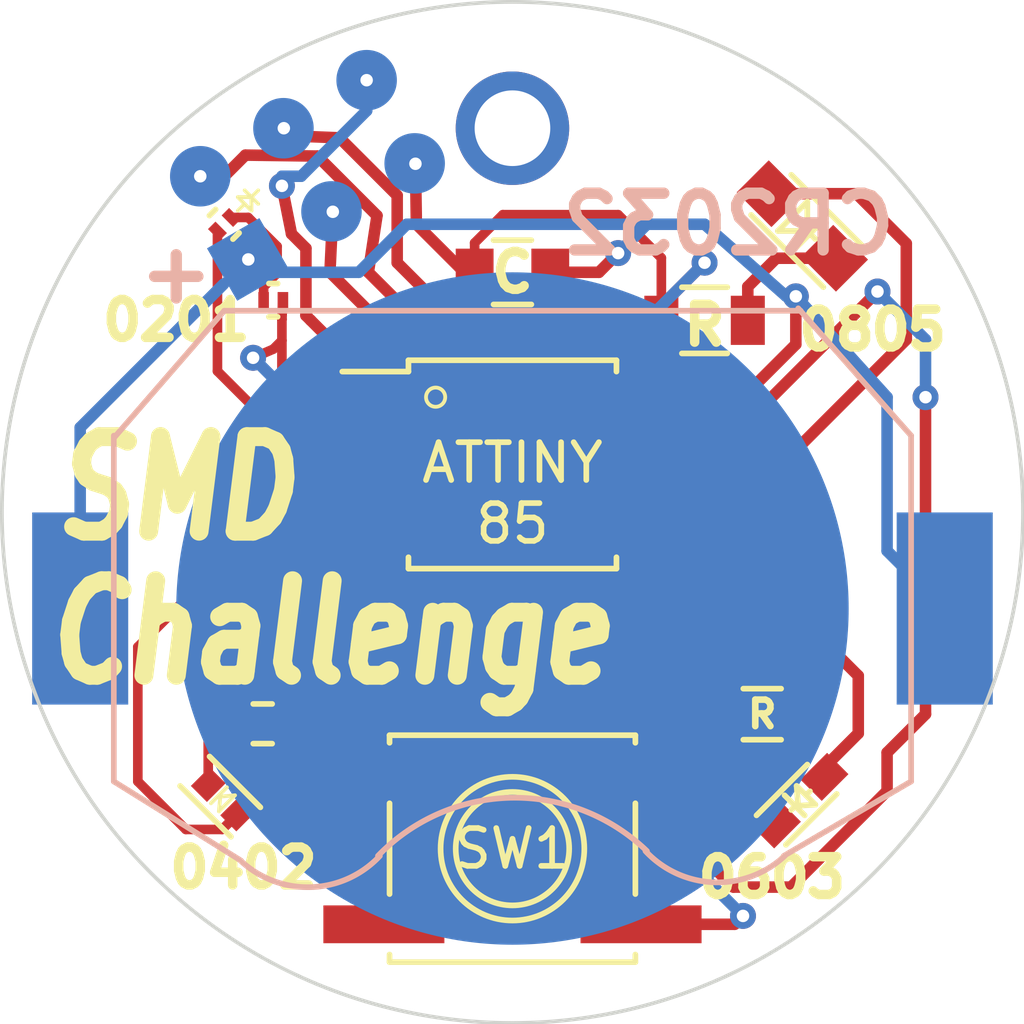
<source format=kicad_pcb>
(kicad_pcb (version 4) (host pcbnew 4.0.4-stable)

  (general
    (links 27)
    (no_connects 0)
    (area 194.729714 77.889714 221.830286 104.990286)
    (thickness 1.6)
    (drawings 22)
    (tracks 163)
    (zones 0)
    (modules 14)
    (nets 13)
  )

  (page USLetter)
  (layers
    (0 F.Cu signal)
    (31 B.Cu signal)
    (34 B.Paste user)
    (35 F.Paste user)
    (36 B.SilkS user)
    (37 F.SilkS user)
    (38 B.Mask user)
    (39 F.Mask user)
    (40 Dwgs.User user hide)
    (44 Edge.Cuts user)
  )

  (setup
    (last_trace_width 0.3048)
    (user_trace_width 0.254)
    (user_trace_width 0.3048)
    (user_trace_width 0.4064)
    (user_trace_width 0.6096)
    (user_trace_width 2.032)
    (trace_clearance 0.1524)
    (zone_clearance 0.508)
    (zone_45_only no)
    (trace_min 0.1524)
    (segment_width 0.254)
    (edge_width 0.1)
    (via_size 0.6858)
    (via_drill 0.3302)
    (via_min_size 0.6858)
    (via_min_drill 0.3302)
    (user_via 1 0.5)
    (uvia_size 0.762)
    (uvia_drill 0.508)
    (uvias_allowed no)
    (uvia_min_size 0.508)
    (uvia_min_drill 0.127)
    (pcb_text_width 0.3)
    (pcb_text_size 1.5 1.5)
    (mod_edge_width 0.15)
    (mod_text_size 1 1)
    (mod_text_width 0.15)
    (pad_size 0.762 1.1)
    (pad_drill 0)
    (pad_to_mask_clearance 0)
    (aux_axis_origin 0 0)
    (grid_origin 210.82 95.25)
    (visible_elements 7FFEFFFF)
    (pcbplotparams
      (layerselection 0x010f0_80000000)
      (usegerberextensions true)
      (excludeedgelayer true)
      (linewidth 0.100000)
      (plotframeref false)
      (viasonmask false)
      (mode 1)
      (useauxorigin false)
      (hpglpennumber 1)
      (hpglpenspeed 20)
      (hpglpendiameter 15)
      (hpglpenoverlay 2)
      (psnegative false)
      (psa4output false)
      (plotreference true)
      (plotvalue true)
      (plotinvisibletext false)
      (padsonsilk false)
      (subtractmaskfromsilk false)
      (outputformat 1)
      (mirror false)
      (drillshape 0)
      (scaleselection 1)
      (outputdirectory gerbers/))
  )

  (net 0 "")
  (net 1 GND)
  (net 2 +BATT)
  (net 3 "Net-(CON1-Pad1)")
  (net 4 "Net-(CON1-Pad3)")
  (net 5 "Net-(CON1-Pad4)")
  (net 6 "Net-(CON1-Pad5)")
  (net 7 "Net-(D1-Pad1)")
  (net 8 "Net-(D3-Pad1)")
  (net 9 "Net-(D0-Pad1)")
  (net 10 "Net-(D3-Pad2)")
  (net 11 "Net-(D4-Pad2)")
  (net 12 "Net-(D4-Pad1)")

  (net_class Default "This is the default net class."
    (clearance 0.1524)
    (trace_width 0.1524)
    (via_dia 0.6858)
    (via_drill 0.3302)
    (uvia_dia 0.762)
    (uvia_drill 0.508)
    (add_net +BATT)
    (add_net GND)
    (add_net "Net-(CON1-Pad1)")
    (add_net "Net-(CON1-Pad3)")
    (add_net "Net-(CON1-Pad4)")
    (add_net "Net-(CON1-Pad5)")
    (add_net "Net-(D0-Pad1)")
    (add_net "Net-(D1-Pad1)")
    (add_net "Net-(D3-Pad1)")
    (add_net "Net-(D3-Pad2)")
    (add_net "Net-(D4-Pad1)")
    (add_net "Net-(D4-Pad2)")
  )

  (module Resistors_SMD:R_0201 (layer F.Cu) (tedit 59C49044) (tstamp 58DDCC0A)
    (at 200.66 83.82 225)
    (descr "Resistor SMD 0201, reflow soldering, Vishay (see crcw0201e3.pdf)")
    (tags "resistor 0201")
    (path /58DDCAFF)
    (attr smd)
    (fp_text reference D3 (at 1.397 0.762 225) (layer F.SilkS) hide
      (effects (font (size 0.762 0.762) (thickness 0.15)))
    )
    (fp_text value LED (at 0 1.7 225) (layer F.Fab)
      (effects (font (size 1 1) (thickness 0.15)))
    )
    (fp_line (start -0.762 0) (end -0.508 0) (layer F.SilkS) (width 0.1))
    (fp_line (start -1.016 0) (end -1.27 0) (layer F.SilkS) (width 0.1))
    (fp_line (start -1.016 -0.254) (end -1.016 0.254) (layer F.SilkS) (width 0.1))
    (fp_line (start -1.016 0) (end -0.762 0.254) (layer F.SilkS) (width 0.1))
    (fp_line (start -1.016 0) (end -0.762 -0.254) (layer F.SilkS) (width 0.1))
    (fp_line (start -0.762 -0.254) (end -0.762 0.254) (layer F.SilkS) (width 0.1))
    (fp_line (start -0.65 -0.55) (end 0.65 -0.55) (layer F.CrtYd) (width 0.05))
    (fp_line (start -0.65 0.55) (end 0.65 0.55) (layer F.CrtYd) (width 0.05))
    (fp_line (start -0.65 -0.55) (end -0.65 0.55) (layer F.CrtYd) (width 0.05))
    (fp_line (start 0.65 -0.55) (end 0.65 0.55) (layer F.CrtYd) (width 0.05))
    (fp_line (start 0.115 -0.44) (end -0.115 -0.44) (layer F.SilkS) (width 0.15))
    (fp_line (start -0.115 0.44) (end 0.115 0.44) (layer F.SilkS) (width 0.15))
    (pad 1 smd rect (at -0.255 0 225) (size 0.28 0.43) (layers F.Cu F.Paste F.Mask)
      (net 8 "Net-(D3-Pad1)"))
    (pad 2 smd rect (at 0.255 0 225) (size 0.28 0.43) (layers F.Cu F.Paste F.Mask)
      (net 10 "Net-(D3-Pad2)"))
    (model Resistors_SMD.3dshapes/R_0201.wrl
      (at (xyz 0 0 0))
      (scale (xyz 1 1 1))
      (rotate (xyz 0 0 0))
    )
  )

  (module Housings_SOIC:SOIJ-8_5.3x5.3mm_Pitch1.27mm (layer F.Cu) (tedit 5902B706) (tstamp 58DF2780)
    (at 208.28 90.17)
    (descr "8-Lead Plastic Small Outline (SM) - Medium, 5.28 mm Body [SOIC] (see Microchip Packaging Specification 00000049BS.pdf)")
    (tags "SOIC 1.27")
    (path /58C478D3)
    (attr smd)
    (fp_text reference IC1 (at -1.27 2.159) (layer F.SilkS) hide
      (effects (font (size 1 1) (thickness 0.15)))
    )
    (fp_text value ATTINY85-S (at 0 3.68) (layer F.Fab)
      (effects (font (size 1 1) (thickness 0.15)))
    )
    (fp_circle (center -2.032 -1.778) (end -2.286 -1.778) (layer F.SilkS) (width 0.1))
    (fp_line (start -4.75 -2.95) (end -4.75 2.95) (layer F.CrtYd) (width 0.05))
    (fp_line (start 4.75 -2.95) (end 4.75 2.95) (layer F.CrtYd) (width 0.05))
    (fp_line (start -4.75 -2.95) (end 4.75 -2.95) (layer F.CrtYd) (width 0.05))
    (fp_line (start -4.75 2.95) (end 4.75 2.95) (layer F.CrtYd) (width 0.05))
    (fp_line (start -2.75 -2.755) (end -2.75 -2.455) (layer F.SilkS) (width 0.15))
    (fp_line (start 2.75 -2.755) (end 2.75 -2.455) (layer F.SilkS) (width 0.15))
    (fp_line (start 2.75 2.755) (end 2.75 2.455) (layer F.SilkS) (width 0.15))
    (fp_line (start -2.75 2.755) (end -2.75 2.455) (layer F.SilkS) (width 0.15))
    (fp_line (start -2.75 -2.755) (end 2.75 -2.755) (layer F.SilkS) (width 0.15))
    (fp_line (start -2.75 2.755) (end 2.75 2.755) (layer F.SilkS) (width 0.15))
    (fp_line (start -2.75 -2.455) (end -4.5 -2.455) (layer F.SilkS) (width 0.15))
    (pad 1 smd rect (at -3.65 -1.905) (size 1.7 0.65) (layers F.Cu F.Paste F.Mask)
      (net 6 "Net-(CON1-Pad5)"))
    (pad 2 smd rect (at -3.65 -0.635) (size 1.7 0.65) (layers F.Cu F.Paste F.Mask)
      (net 10 "Net-(D3-Pad2)"))
    (pad 3 smd rect (at -3.65 0.635) (size 1.7 0.65) (layers F.Cu F.Paste F.Mask)
      (net 11 "Net-(D4-Pad2)"))
    (pad 4 smd rect (at -3.65 1.905) (size 1.7 0.65) (layers F.Cu F.Paste F.Mask)
      (net 1 GND))
    (pad 5 smd rect (at 3.65 1.905) (size 1.7 0.65) (layers F.Cu F.Paste F.Mask)
      (net 5 "Net-(CON1-Pad4)"))
    (pad 6 smd rect (at 3.65 0.635) (size 1.7 0.65) (layers F.Cu F.Paste F.Mask)
      (net 3 "Net-(CON1-Pad1)"))
    (pad 7 smd rect (at 3.65 -0.635) (size 1.7 0.65) (layers F.Cu F.Paste F.Mask)
      (net 4 "Net-(CON1-Pad3)"))
    (pad 8 smd rect (at 3.65 -1.905) (size 1.7 0.65) (layers F.Cu F.Paste F.Mask)
      (net 2 +BATT))
    (model Housings_SOIC.3dshapes/SOIJ-8_5.3x5.3mm_Pitch1.27mm.wrl
      (at (xyz 0 0 0))
      (scale (xyz 1 1 1))
      (rotate (xyz 0 0 0))
    )
  )

  (module myFootPrints:BATT_CR2032_SMD (layer B.Cu) (tedit 56CFB5D2) (tstamp 586093B2)
    (at 208.28 93.98 180)
    (tags battery)
    (path /56CFA61E)
    (fp_text reference BT1 (at 0 -5.08 180) (layer B.SilkS) hide
      (effects (font (size 1.72974 1.08712) (thickness 0.27178)) (justify mirror))
    )
    (fp_text value Battery (at 0 2.54 180) (layer B.SilkS) hide
      (effects (font (size 1.524 1.016) (thickness 0.254)) (justify mirror))
    )
    (fp_line (start -7.1755 -6.5405) (end -10.541 -4.572) (layer B.SilkS) (width 0.15))
    (fp_line (start 7.1755 -6.6675) (end 10.541 -4.572) (layer B.SilkS) (width 0.15))
    (fp_arc (start -5.4229 -4.6355) (end -3.5179 -6.4135) (angle -90) (layer B.SilkS) (width 0.15))
    (fp_arc (start 5.4102 -4.7625) (end 7.1882 -6.6675) (angle -90) (layer B.SilkS) (width 0.15))
    (fp_arc (start -0.0635 -10.033) (end -3.556 -6.4135) (angle -90) (layer B.SilkS) (width 0.15))
    (fp_line (start 7.62 7.874) (end 10.541 4.5085) (layer B.SilkS) (width 0.15))
    (fp_line (start -10.541 4.572) (end -7.5565 7.9375) (layer B.SilkS) (width 0.15))
    (fp_line (start -7.62 7.874) (end 7.62 7.874) (layer B.SilkS) (width 0.15))
    (fp_line (start -10.541 -4.572) (end -10.541 4.572) (layer B.SilkS) (width 0.15))
    (fp_line (start 10.541 -4.572) (end 10.541 4.572) (layer B.SilkS) (width 0.15))
    (fp_circle (center 0 0) (end -10.16 0) (layer Dwgs.User) (width 0.15))
    (pad 2 smd circle (at 0 0 180) (size 17.78 17.78) (layers B.Cu B.Paste B.Mask)
      (net 1 GND))
    (pad 1 smd rect (at -11.43 0 180) (size 2.54 5.08) (layers B.Cu B.Paste B.Mask)
      (net 2 +BATT))
    (pad 1 smd rect (at 11.43 0 180) (size 2.54 5.08) (layers B.Cu B.Paste B.Mask)
      (net 2 +BATT))
  )

  (module LEDs:LED-0603 (layer F.Cu) (tedit 59C48090) (tstamp 58D33EFB)
    (at 200.66 99.06 315)
    (descr "LED 0603 smd package")
    (tags "LED led 0603 SMD smd SMT smt smdled SMDLED smtled SMTLED")
    (path /58D34030)
    (attr smd)
    (fp_text reference D4 (at 1.651 1.016 315) (layer F.SilkS) hide
      (effects (font (size 1 1) (thickness 0.2)))
    )
    (fp_text value LED (at 0 1.5 315) (layer F.Fab)
      (effects (font (size 1 1) (thickness 0.15)))
    )
    (fp_line (start -0.15 0) (end 0.1 -0.3) (layer F.SilkS) (width 0.1))
    (fp_line (start 0.1 -0.3) (end 0.1 0.3) (layer F.SilkS) (width 0.1))
    (fp_line (start 0.1 0.3) (end -0.15 0) (layer F.SilkS) (width 0.1))
    (fp_line (start -0.2 -0.3) (end -0.2 0.3) (layer F.SilkS) (width 0.1))
    (fp_line (start -1.1 0.55) (end 0.8 0.55) (layer F.SilkS) (width 0.15))
    (fp_line (start -1.1 -0.55) (end 0.8 -0.55) (layer F.SilkS) (width 0.15))
    (fp_line (start 1.4 -0.75) (end 1.4 0.75) (layer F.CrtYd) (width 0.05))
    (fp_line (start 1.4 0.75) (end -1.4 0.75) (layer F.CrtYd) (width 0.05))
    (fp_line (start -1.4 0.75) (end -1.4 -0.75) (layer F.CrtYd) (width 0.05))
    (fp_line (start -1.4 -0.75) (end 1.4 -0.75) (layer F.CrtYd) (width 0.05))
    (pad 2 smd rect (at 0.5 0 135) (size 0.6 0.7) (layers F.Cu F.Paste F.Mask)
      (net 11 "Net-(D4-Pad2)"))
    (pad 1 smd rect (at -0.6 0 135) (size 0.6 0.7) (layers F.Cu F.Paste F.Mask)
      (net 12 "Net-(D4-Pad1)"))
    (model LEDs.3dshapes/LED_0402.wrl
      (at (xyz 0 0 0))
      (scale (xyz 1 1 1))
      (rotate (xyz 0 0 0))
    )
  )

  (module Resistors_SMD:R_0402 (layer F.Cu) (tedit 58DFDC4A) (tstamp 58D349A9)
    (at 201.676 97.028)
    (descr "Resistor SMD 0402, reflow soldering, Vishay (see dcrcw.pdf)")
    (tags "resistor 0402")
    (path /58D3406E)
    (attr smd)
    (fp_text reference R3 (at 0 0) (layer Dwgs.User) hide
      (effects (font (size 1 1) (thickness 0.15)))
    )
    (fp_text value 330 (at 0 1.8) (layer F.Fab)
      (effects (font (size 1 1) (thickness 0.15)))
    )
    (fp_line (start -0.95 -0.65) (end 0.95 -0.65) (layer F.CrtYd) (width 0.05))
    (fp_line (start -0.95 0.65) (end 0.95 0.65) (layer F.CrtYd) (width 0.05))
    (fp_line (start -0.95 -0.65) (end -0.95 0.65) (layer F.CrtYd) (width 0.05))
    (fp_line (start 0.95 -0.65) (end 0.95 0.65) (layer F.CrtYd) (width 0.05))
    (fp_line (start 0.25 -0.525) (end -0.25 -0.525) (layer F.SilkS) (width 0.15))
    (fp_line (start -0.25 0.525) (end 0.25 0.525) (layer F.SilkS) (width 0.15))
    (pad 1 smd rect (at -0.4 0) (size 0.6 0.6) (layers F.Cu F.Paste F.Mask)
      (net 12 "Net-(D4-Pad1)"))
    (pad 2 smd rect (at 0.5 0) (size 0.6 0.6) (layers F.Cu F.Paste F.Mask)
      (net 1 GND))
    (model Resistors_SMD.3dshapes/R_0402.wrl
      (at (xyz 0 0 0))
      (scale (xyz 1 1 1))
      (rotate (xyz 0 0 0))
    )
  )

  (module LEDs:LED-0603 (layer F.Cu) (tedit 59C47737) (tstamp 58D337F0)
    (at 215.9 99.06 45)
    (descr "LED 0603 smd package")
    (tags "LED led 0603 SMD smd SMT smt smdled SMDLED smtled SMTLED")
    (path /58D33940)
    (attr smd)
    (fp_text reference D0 (at 1.778 1.0795 45) (layer F.SilkS) hide
      (effects (font (size 1 1) (thickness 0.25)))
    )
    (fp_text value LED (at 0 1.5 45) (layer F.Fab)
      (effects (font (size 1 1) (thickness 0.15)))
    )
    (fp_line (start 0.2 0) (end 0.35 0) (layer F.SilkS) (width 0.15))
    (fp_line (start -0.35 0) (end -0.15 0) (layer F.SilkS) (width 0.15))
    (fp_line (start -0.1 0) (end 0.2 -0.35) (layer F.SilkS) (width 0.15))
    (fp_line (start 0.2 -0.35) (end 0.2 0.35) (layer F.SilkS) (width 0.15))
    (fp_line (start 0.2 0.35) (end -0.2 0) (layer F.SilkS) (width 0.15))
    (fp_line (start -0.2 0) (end -0.15 0) (layer F.SilkS) (width 0.15))
    (fp_line (start -0.2 -0.4) (end -0.2 0.35) (layer F.SilkS) (width 0.15))
    (fp_line (start -1.1 0.55) (end 0.8 0.55) (layer F.SilkS) (width 0.15))
    (fp_line (start -1.1 -0.55) (end 0.8 -0.55) (layer F.SilkS) (width 0.15))
    (fp_line (start 1.4 -0.75) (end 1.4 0.75) (layer F.CrtYd) (width 0.05))
    (fp_line (start 1.4 0.75) (end -1.4 0.75) (layer F.CrtYd) (width 0.05))
    (fp_line (start -1.4 0.75) (end -1.4 -0.75) (layer F.CrtYd) (width 0.05))
    (fp_line (start -1.4 -0.75) (end 1.4 -0.75) (layer F.CrtYd) (width 0.05))
    (pad 2 smd rect (at 0.889 0 225) (size 1 0.79756) (layers F.Cu F.Paste F.Mask)
      (net 5 "Net-(CON1-Pad4)"))
    (pad 1 smd rect (at -0.889 0 225) (size 1 0.79756) (layers F.Cu F.Paste F.Mask)
      (net 9 "Net-(D0-Pad1)"))
    (model LEDs.3dshapes/LED_0603.wrl
      (at (xyz 0 0 0))
      (scale (xyz 1 1 1))
      (rotate (xyz 0 0 0))
    )
  )

  (module LEDs:LED-0805 (layer F.Cu) (tedit 59C47741) (tstamp 58D337EA)
    (at 215.9 83.82 135)
    (descr "LED 0805 smd package")
    (tags "LED 0805 SMD")
    (path /58D338E3)
    (attr smd)
    (fp_text reference D1 (at 2.2225 1.4605 135) (layer F.SilkS) hide
      (effects (font (size 1.2 1.2) (thickness 0.3)))
    )
    (fp_text value LED (at 0 1.75 135) (layer F.Fab)
      (effects (font (size 1 1) (thickness 0.15)))
    )
    (fp_line (start 0.3 0) (end 0.45 0) (layer F.SilkS) (width 0.15))
    (fp_line (start -0.55 0) (end -0.2 0) (layer F.SilkS) (width 0.15))
    (fp_line (start -0.25 0) (end 0.3 -0.55) (layer F.SilkS) (width 0.15))
    (fp_line (start 0.3 -0.55) (end 0.3 0.55) (layer F.SilkS) (width 0.15))
    (fp_line (start 0.3 0.55) (end -0.25 0) (layer F.SilkS) (width 0.15))
    (fp_line (start -0.35 -0.35) (end -0.35 -0.5) (layer F.SilkS) (width 0.15))
    (fp_line (start -0.35 0.35) (end -0.35 0.5) (layer F.SilkS) (width 0.15))
    (fp_line (start -1.6 0.75) (end 1.1 0.75) (layer F.SilkS) (width 0.15))
    (fp_line (start -1.6 -0.75) (end 1.1 -0.75) (layer F.SilkS) (width 0.15))
    (fp_line (start -0.35 -0.35) (end -0.35 0.35) (layer F.SilkS) (width 0.15))
    (fp_line (start 1.9 -0.95) (end 1.9 0.95) (layer F.CrtYd) (width 0.05))
    (fp_line (start 1.9 0.95) (end -1.9 0.95) (layer F.CrtYd) (width 0.05))
    (fp_line (start -1.9 0.95) (end -1.9 -0.95) (layer F.CrtYd) (width 0.05))
    (fp_line (start -1.9 -0.95) (end 1.9 -0.95) (layer F.CrtYd) (width 0.05))
    (pad 2 smd rect (at 1.143 0 315) (size 1.3 1.19888) (layers F.Cu F.Paste F.Mask)
      (net 3 "Net-(CON1-Pad1)"))
    (pad 1 smd rect (at -1.27 0 315) (size 1.3 1.19888) (layers F.Cu F.Paste F.Mask)
      (net 7 "Net-(D1-Pad1)"))
    (model LEDs.3dshapes/LED-0805.wrl
      (at (xyz 0 0 0))
      (scale (xyz 1 1 1))
      (rotate (xyz 0 0 0))
    )
    (model LEDs.3dshapes/LED_0805.wrl
      (at (xyz 0 0 0))
      (scale (xyz 1 1 1))
      (rotate (xyz 0 0 0))
    )
  )

  (module Resistors_SMD:R_0603 (layer F.Cu) (tedit 59C47884) (tstamp 58D33802)
    (at 214.884 96.774 180)
    (descr "Resistor SMD 0603, reflow soldering, Vishay (see dcrcw.pdf)")
    (tags "resistor 0603")
    (path /58D339BB)
    (attr smd)
    (fp_text reference R2 (at 0 0 270) (layer F.SilkS) hide
      (effects (font (size 1 1) (thickness 0.15)))
    )
    (fp_text value 330 (at 0 1.9 180) (layer F.Fab)
      (effects (font (size 1 1) (thickness 0.15)))
    )
    (fp_line (start -1.3 -0.8) (end 1.3 -0.8) (layer F.CrtYd) (width 0.05))
    (fp_line (start -1.3 0.8) (end 1.3 0.8) (layer F.CrtYd) (width 0.05))
    (fp_line (start -1.3 -0.8) (end -1.3 0.8) (layer F.CrtYd) (width 0.05))
    (fp_line (start 1.3 -0.8) (end 1.3 0.8) (layer F.CrtYd) (width 0.05))
    (fp_line (start 0.5 0.675) (end -0.5 0.675) (layer F.SilkS) (width 0.15))
    (fp_line (start -0.5 -0.675) (end 0.5 -0.675) (layer F.SilkS) (width 0.15))
    (pad 1 smd rect (at -0.889 0 180) (size 0.7 0.9) (layers F.Cu F.Paste F.Mask)
      (net 9 "Net-(D0-Pad1)"))
    (pad 2 smd rect (at 1.016 0 180) (size 0.7 0.9) (layers F.Cu F.Paste F.Mask)
      (net 1 GND))
    (model Resistors_SMD.3dshapes/R_0603.wrl
      (at (xyz 0 0 0))
      (scale (xyz 1 1 1))
      (rotate (xyz 0 0 0))
    )
  )

  (module Resistors_SMD:R_0805 (layer F.Cu) (tedit 58DFDC5C) (tstamp 58D337FC)
    (at 213.36 86.36 180)
    (descr "Resistor SMD 0805, reflow soldering, Vishay (see dcrcw.pdf)")
    (tags "resistor 0805")
    (path /58D3397B)
    (attr smd)
    (fp_text reference R1 (at 0 0 180) (layer F.SilkS) hide
      (effects (font (size 1 1) (thickness 0.15)))
    )
    (fp_text value 330 (at 0 2.1 180) (layer F.Fab)
      (effects (font (size 1 1) (thickness 0.15)))
    )
    (fp_line (start -1.6 -1) (end 1.6 -1) (layer F.CrtYd) (width 0.05))
    (fp_line (start -1.6 1) (end 1.6 1) (layer F.CrtYd) (width 0.05))
    (fp_line (start -1.6 -1) (end -1.6 1) (layer F.CrtYd) (width 0.05))
    (fp_line (start 1.6 -1) (end 1.6 1) (layer F.CrtYd) (width 0.05))
    (fp_line (start 0.6 0.875) (end -0.6 0.875) (layer F.SilkS) (width 0.15))
    (fp_line (start -0.6 -0.875) (end 0.6 -0.875) (layer F.SilkS) (width 0.15))
    (pad 1 smd rect (at -1.143 0 180) (size 0.9 1.3) (layers F.Cu F.Paste F.Mask)
      (net 7 "Net-(D1-Pad1)"))
    (pad 2 smd rect (at 1.143 0 180) (size 0.9 1.3) (layers F.Cu F.Paste F.Mask)
      (net 1 GND))
    (model Resistors_SMD.3dshapes/R_0805.wrl
      (at (xyz 0 0 0))
      (scale (xyz 1 1 1))
      (rotate (xyz 0 0 0))
    )
  )

  (module Pin_Headers:Pin_Header_Straight_1x01 (layer F.Cu) (tedit 5902A874) (tstamp 5860AB5B)
    (at 208.28 81.28)
    (descr "Through hole pin header")
    (tags "pin header")
    (path /5902B324)
    (fp_text reference P1 (at -0.6 -0.5) (layer F.SilkS) hide
      (effects (font (size 0.127 0.127) (thickness 0.03175)))
    )
    (fp_text value CONN_01X01 (at 0 0.9) (layer F.Fab)
      (effects (font (size 0.127 0.127) (thickness 0.03175)))
    )
    (pad P5 thru_hole circle (at 0 0) (size 3 3) (drill 2) (layers *.Cu *.Mask))
  )

  (module myFootPrints:AVR-ISP-6 (layer B.Cu) (tedit 5860A6AE) (tstamp 586092C3)
    (at 200.025 82.55 300)
    (descr "6-lead dip package, row spacing 7.62 mm (300 mils)")
    (tags "dil dip 2.54 300")
    (path /58609061)
    (fp_text reference CON1 (at 0 2.54 300) (layer B.SilkS) hide
      (effects (font (size 1 1) (thickness 0.15)) (justify mirror))
    )
    (fp_text value AVR-ISP-6 (at 0 3.72 300) (layer B.Fab) hide
      (effects (font (size 1 1) (thickness 0.15)) (justify mirror))
    )
    (pad 1 smd oval (at 0 0 300) (size 1.6 1.6) (layers B.Cu B.Paste B.Mask)
      (net 3 "Net-(CON1-Pad1)"))
    (pad 2 smd rect (at 2.54 0 300) (size 1.6 1.6) (layers B.Cu B.Paste B.Mask)
      (net 2 +BATT))
    (pad 3 smd oval (at 0 -2.54 300) (size 1.6 1.6) (layers B.Cu B.Paste B.Mask)
      (net 4 "Net-(CON1-Pad3)"))
    (pad 4 smd oval (at 2.54 -2.54 300) (size 1.6 1.6) (layers B.Cu B.Paste B.Mask)
      (net 5 "Net-(CON1-Pad4)"))
    (pad 5 smd oval (at 0 -5.08 300) (size 1.6 1.6) (layers B.Cu B.Paste B.Mask)
      (net 6 "Net-(CON1-Pad5)"))
    (pad 6 smd oval (at 2.54 -5.08 300) (size 1.6 1.6) (layers B.Cu B.Paste B.Mask)
      (net 1 GND))
  )

  (module Resistors_SMD:R_0201 (layer F.Cu) (tedit 59C47637) (tstamp 58DDCC1C)
    (at 201.9554 85.8266)
    (descr "Resistor SMD 0201, reflow soldering, Vishay (see crcw0201e3.pdf)")
    (tags "resistor 0201")
    (path /58DDCB43)
    (attr smd)
    (fp_text reference R4 (at -0.898026 0.898026) (layer F.SilkS) hide
      (effects (font (size 1 1) (thickness 0.15)))
    )
    (fp_text value 330 (at 0 1.7) (layer F.Fab)
      (effects (font (size 1 1) (thickness 0.15)))
    )
    (fp_line (start -0.65 -0.55) (end 0.65 -0.55) (layer F.CrtYd) (width 0.05))
    (fp_line (start -0.65 0.55) (end 0.65 0.55) (layer F.CrtYd) (width 0.05))
    (fp_line (start -0.65 -0.55) (end -0.65 0.55) (layer F.CrtYd) (width 0.05))
    (fp_line (start 0.65 -0.55) (end 0.65 0.55) (layer F.CrtYd) (width 0.05))
    (fp_line (start 0.115 -0.44) (end -0.115 -0.44) (layer F.SilkS) (width 0.15))
    (fp_line (start -0.115 0.44) (end 0.115 0.44) (layer F.SilkS) (width 0.15))
    (pad 1 smd rect (at -0.255 0) (size 0.28 0.43) (layers F.Cu F.Paste F.Mask)
      (net 8 "Net-(D3-Pad1)"))
    (pad 2 smd rect (at 0.255 0) (size 0.28 0.43) (layers F.Cu F.Paste F.Mask)
      (net 1 GND))
    (model Resistors_SMD.3dshapes/R_0201.wrl
      (at (xyz 0 0 0))
      (scale (xyz 1 1 1))
      (rotate (xyz 0 0 0))
    )
  )

  (module Capacitors_SMD:C_0805 (layer F.Cu) (tedit 59C48A8A) (tstamp 59C4772B)
    (at 208.28 85.09)
    (descr "Capacitor SMD 0805, reflow soldering, AVX (see smccp.pdf)")
    (tags "capacitor 0805")
    (path /553FDF53)
    (attr smd)
    (fp_text reference C1 (at 0 1.524) (layer F.SilkS) hide
      (effects (font (size 0.7 0.7) (thickness 0.15)))
    )
    (fp_text value "0.1 uF" (at 0 2.1) (layer F.Fab)
      (effects (font (size 1 1) (thickness 0.15)))
    )
    (fp_line (start -1.8 -1) (end 1.8 -1) (layer F.CrtYd) (width 0.05))
    (fp_line (start -1.8 1) (end 1.8 1) (layer F.CrtYd) (width 0.05))
    (fp_line (start -1.8 -1) (end -1.8 1) (layer F.CrtYd) (width 0.05))
    (fp_line (start 1.8 -1) (end 1.8 1) (layer F.CrtYd) (width 0.05))
    (fp_line (start 0.5 -0.85) (end -0.5 -0.85) (layer F.SilkS) (width 0.15))
    (fp_line (start -0.5 0.85) (end 0.5 0.85) (layer F.SilkS) (width 0.15))
    (pad 1 smd rect (at -1 0) (size 1 1.25) (layers F.Cu F.Paste F.Mask)
      (net 1 GND))
    (pad 2 smd rect (at 1 0) (size 1 1.25) (layers F.Cu F.Paste F.Mask)
      (net 2 +BATT))
    (model Capacitors_SMD.3dshapes/C_0805.wrl
      (at (xyz 0 0 0))
      (scale (xyz 1 1 1))
      (rotate (xyz 0 0 0))
    )
  )

  (module Buttons_Switches_SMD:SW_SPST_EVQQ2 (layer F.Cu) (tedit 59C4730D) (tstamp 59C4775B)
    (at 208.28 100.33)
    (descr "Light Touch Switch")
    (path /59C484A0)
    (attr smd)
    (fp_text reference SW1 (at 0 0) (layer F.SilkS)
      (effects (font (size 1 1) (thickness 0.15)))
    )
    (fp_text value SW_PUSH (at 0 0) (layer F.Fab)
      (effects (font (size 1 1) (thickness 0.15)))
    )
    (fp_line (start -5.25 -3.25) (end 5.25 -3.25) (layer F.CrtYd) (width 0.05))
    (fp_line (start 5.25 -3.25) (end 5.25 3.25) (layer F.CrtYd) (width 0.05))
    (fp_line (start 5.25 3.25) (end -5.25 3.25) (layer F.CrtYd) (width 0.05))
    (fp_line (start -5.25 3.25) (end -5.25 -3.25) (layer F.CrtYd) (width 0.05))
    (fp_line (start 3.25 -3) (end 3.25 -2.8) (layer F.SilkS) (width 0.15))
    (fp_line (start 3.25 3) (end 3.25 2.8) (layer F.SilkS) (width 0.15))
    (fp_line (start -3.25 3) (end -3.25 2.8) (layer F.SilkS) (width 0.15))
    (fp_line (start -3.25 -3) (end -3.25 -2.8) (layer F.SilkS) (width 0.15))
    (fp_line (start -3.25 -1.2) (end -3.25 1.2) (layer F.SilkS) (width 0.15))
    (fp_line (start 3.25 -1.2) (end 3.25 1.2) (layer F.SilkS) (width 0.15))
    (fp_line (start 3.25 -3) (end -3.25 -3) (layer F.SilkS) (width 0.15))
    (fp_line (start -3.25 3) (end 3.25 3) (layer F.SilkS) (width 0.15))
    (fp_circle (center 0 0) (end 1.9 0) (layer F.SilkS) (width 0.15))
    (fp_circle (center 0 0) (end 1.5 0) (layer F.SilkS) (width 0.15))
    (pad 1 smd rect (at 3.4 -2) (size 3.2 1) (layers F.Cu F.Paste F.Mask)
      (net 4 "Net-(CON1-Pad3)"))
    (pad 1 smd rect (at -3.4 -2) (size 3.2 1) (layers F.Cu F.Paste F.Mask)
      (net 4 "Net-(CON1-Pad3)"))
    (pad 2 smd rect (at -3.4 2) (size 3.2 1) (layers F.Cu F.Paste F.Mask)
      (net 1 GND))
    (pad 2 smd rect (at 3.4 2) (size 3.2 1) (layers F.Cu F.Paste F.Mask)
      (net 1 GND))
  )

  (gr_text R (at 214.884 96.774) (layer F.SilkS)
    (effects (font (size 0.7 0.7) (thickness 0.175)))
  )
  (gr_text R (at 213.36 86.487) (layer F.SilkS)
    (effects (font (size 1 1) (thickness 0.25)))
  )
  (gr_text C (at 208.28 85.09) (layer F.SilkS)
    (effects (font (size 1 1) (thickness 0.25)))
  )
  (gr_text + (at 199.39 85.09) (layer B.SilkS)
    (effects (font (size 1.5 1.5) (thickness 0.3)) (justify mirror))
  )
  (gr_line (start 208.28 91.44) (end 196.85 102.87) (angle 90) (layer Dwgs.User) (width 0.254))
  (gr_line (start 219.71 80.01) (end 222.25 80.01) (angle 90) (layer Dwgs.User) (width 0.254))
  (gr_line (start 208.28 91.44) (end 219.71 80.01) (angle 90) (layer Dwgs.User) (width 0.254))
  (gr_line (start 208.28 91.44) (end 196.85 80.01) (angle 90) (layer Dwgs.User) (width 0.254))
  (gr_line (start 208.28 91.44) (end 218.44 101.6) (angle 90) (layer Dwgs.User) (width 0.254))
  (gr_line (start 193.04 91.44) (end 223.52 91.44) (angle 90) (layer Dwgs.User) (width 0.254))
  (gr_line (start 208.28 77.47) (end 208.28 106.68) (angle 90) (layer Dwgs.User) (width 0.254))
  (gr_line (start 208.026 106.68) (end 208.026 87.376) (angle 90) (layer Dwgs.User) (width 0.254))
  (gr_text 0201 (at 199.39 86.36) (layer F.SilkS)
    (effects (font (size 1 1) (thickness 0.25)))
  )
  (gr_text Challenge (at 203.454 94.615) (layer F.SilkS)
    (effects (font (size 2.5 2) (thickness 0.5) italic))
  )
  (gr_text SMD (at 199.39 90.805) (layer F.SilkS)
    (effects (font (size 2.5 2) (thickness 0.5) italic))
  )
  (gr_text CR2032 (at 213.995 83.82) (layer B.SilkS)
    (effects (font (size 1.5 1.5) (thickness 0.3)) (justify mirror))
  )
  (gr_text 0402 (at 201.168 100.838) (layer F.SilkS)
    (effects (font (size 1 1) (thickness 0.25)))
  )
  (gr_text 0603 (at 215.138 101.092) (layer F.SilkS)
    (effects (font (size 1 1) (thickness 0.25)))
  )
  (gr_text 0805 (at 217.805 86.614) (layer F.SilkS)
    (effects (font (size 1 1) (thickness 0.25)))
  )
  (gr_circle (center 208.407 93.345) (end 203.327 85.725) (layer Dwgs.User) (width 0.254))
  (gr_circle (center 208.28 91.44) (end 198.12 82.55) (layer Edge.Cuts) (width 0.1))
  (gr_text "ATTINY\n85" (at 208.28 90.932) (layer F.SilkS)
    (effects (font (size 1 1) (thickness 0.15)))
  )

  (segment (start 201.422 87.3506) (end 201.9554 87.122) (width 0.254) (layer F.Cu) (net 1))
  (segment (start 208.026 93.98) (end 201.422 87.3506) (width 0.3048) (layer B.Cu) (net 1) (tstamp 59C484D1))
  (via (at 201.422 87.3506) (size 0.6858) (drill 0.3302) (layers F.Cu B.Cu) (net 1))
  (segment (start 201.9554 87.122) (end 202.184 86.8934) (width 0.254) (layer F.Cu) (net 1) (tstamp 59C487B7))
  (segment (start 208.28 93.98) (end 208.28 89.916) (width 0.3048) (layer B.Cu) (net 1))
  (segment (start 208.28 89.916) (end 213.36 84.836) (width 0.3048) (layer B.Cu) (net 1) (tstamp 59C485BB))
  (segment (start 213.36 84.836) (end 212.217 85.979) (width 0.3048) (layer F.Cu) (net 1) (tstamp 59C485C4))
  (via (at 213.36 84.836) (size 0.6858) (drill 0.3302) (layers F.Cu B.Cu) (net 1))
  (segment (start 212.217 85.979) (end 212.217 86.36) (width 0.3048) (layer F.Cu) (net 1) (tstamp 59C485C5))
  (segment (start 208.026 93.98) (end 208.28 93.98) (width 0.3048) (layer B.Cu) (net 1) (tstamp 59C484D2))
  (segment (start 208.28 93.98) (end 208.28 96.012) (width 0.3048) (layer B.Cu) (net 1))
  (segment (start 208.28 96.012) (end 214.376 102.108) (width 0.3048) (layer B.Cu) (net 1) (tstamp 59C4845D))
  (via (at 214.376 102.108) (size 0.6858) (drill 0.3302) (layers F.Cu B.Cu) (net 1))
  (segment (start 214.376 102.108) (end 214.154 102.33) (width 0.3048) (layer F.Cu) (net 1) (tstamp 59C48467))
  (segment (start 214.154 102.33) (end 211.68 102.33) (width 0.3048) (layer F.Cu) (net 1) (tstamp 59C48468))
  (segment (start 207.28 85.09) (end 207.28 84.312) (width 0.254) (layer F.Cu) (net 1))
  (segment (start 212.217 84.709) (end 212.217 86.36) (width 0.254) (layer F.Cu) (net 1) (tstamp 59C48329))
  (segment (start 211.074 83.566) (end 212.217 84.709) (width 0.254) (layer F.Cu) (net 1) (tstamp 59C48327))
  (segment (start 208.026 83.566) (end 211.074 83.566) (width 0.254) (layer F.Cu) (net 1) (tstamp 59C48326))
  (segment (start 207.28 84.312) (end 208.026 83.566) (width 0.254) (layer F.Cu) (net 1) (tstamp 59C48324))
  (segment (start 204.63 92.075) (end 206.629 92.075) (width 0.254) (layer F.Cu) (net 1))
  (segment (start 206.629 92.075) (end 207.264 91.44) (width 0.254) (layer F.Cu) (net 1) (tstamp 59C48312))
  (segment (start 207.264 91.44) (end 207.264 89.916) (width 0.254) (layer F.Cu) (net 1) (tstamp 59C48314))
  (segment (start 207.264 89.916) (end 206.248 88.9) (width 0.254) (layer F.Cu) (net 1) (tstamp 59C48316))
  (segment (start 206.248 88.9) (end 203.2 88.9) (width 0.254) (layer F.Cu) (net 1) (tstamp 59C48319))
  (segment (start 203.2 88.9) (end 202.184 87.884) (width 0.254) (layer F.Cu) (net 1) (tstamp 59C4831B))
  (segment (start 202.184 87.884) (end 202.184 86.8934) (width 0.254) (layer F.Cu) (net 1) (tstamp 59C4831E) (status 20))
  (segment (start 202.184 86.8934) (end 202.184 86.3346) (width 0.254) (layer F.Cu) (net 1) (tstamp 59C487BC) (status 20))
  (segment (start 202.185 86.3336) (end 202.184 86.3346) (width 0.254) (layer F.Cu) (net 1) (tstamp 59C482D6) (status 30))
  (segment (start 202.2104 85.8266) (end 202.185 86.3336) (width 0.254) (layer F.Cu) (net 1) (status 10))
  (segment (start 213.868 96.774) (end 208.534 96.774) (width 0.3048) (layer F.Cu) (net 1))
  (segment (start 204.63 92.87) (end 204.63 92.075) (width 0.3048) (layer F.Cu) (net 1) (tstamp 59C481A3))
  (segment (start 208.534 96.774) (end 204.63 92.87) (width 0.3048) (layer F.Cu) (net 1) (tstamp 59C481A0))
  (segment (start 204.88 102.33) (end 211.68 102.33) (width 0.254) (layer F.Cu) (net 1))
  (segment (start 202.176 97.028) (end 202.176 93.48) (width 0.254) (layer F.Cu) (net 1))
  (segment (start 203.581 92.075) (end 204.63 92.075) (width 0.254) (layer F.Cu) (net 1) (tstamp 59C4813A))
  (segment (start 202.176 93.48) (end 203.581 92.075) (width 0.254) (layer F.Cu) (net 1) (tstamp 59C48137))
  (segment (start 204.88 102.33) (end 204.88 101.502) (width 0.254) (layer F.Cu) (net 1))
  (segment (start 202.176 98.798) (end 202.176 97.028) (width 0.254) (layer F.Cu) (net 1) (tstamp 59C48130))
  (segment (start 204.88 101.502) (end 202.176 98.798) (width 0.254) (layer F.Cu) (net 1) (tstamp 59C4812F))
  (segment (start 207.28 85.09) (end 207.01 85.09) (width 0.3048) (layer F.Cu) (net 1))
  (segment (start 207.01 85.09) (end 205.74 83.82) (width 0.3048) (layer F.Cu) (net 1) (tstamp 59C47DA6))
  (segment (start 205.74 83.82) (end 205.7146 82.2198) (width 0.3048) (layer F.Cu) (net 1) (tstamp 59C47DA7))
  (via (at 205.7146 82.2198) (size 0.6858) (drill 0.3302) (layers F.Cu B.Cu) (net 1))
  (segment (start 205.7146 82.2198) (end 205.669009 82.174209) (width 0.3048) (layer B.Cu) (net 1) (tstamp 59C47DAA))
  (segment (start 205.669009 82.174209) (end 205.669009 82.133505) (width 0.3048) (layer B.Cu) (net 1) (tstamp 59C47DAB))
  (segment (start 214.249 88.265) (end 214.503 88.265) (width 0.3048) (layer F.Cu) (net 2))
  (via (at 215.773 85.725) (size 0.6858) (drill 0.3302) (layers F.Cu B.Cu) (net 2))
  (segment (start 211.93 88.265) (end 214.249 88.265) (width 0.3048) (layer F.Cu) (net 2))
  (segment (start 215.773 86.995) (end 215.773 85.725) (width 0.3048) (layer F.Cu) (net 2) (tstamp 59C48BE8))
  (segment (start 214.503 88.265) (end 215.773 86.995) (width 0.3048) (layer F.Cu) (net 2) (tstamp 59C48BE6))
  (via (at 201.295 84.749705) (size 0.6858) (drill 0.3302) (layers F.Cu B.Cu) (net 2))
  (segment (start 201.295 84.749705) (end 201.295 84.7598) (width 0.254) (layer F.Cu) (net 2) (tstamp 59C487D2))
  (segment (start 200.642253 85.402452) (end 201.295 84.749705) (width 0.254) (layer B.Cu) (net 2))
  (segment (start 201.295 84.749705) (end 201.335705 84.749705) (width 0.3048) (layer B.Cu) (net 2))
  (segment (start 201.335705 84.749705) (end 201.676 85.09) (width 0.3048) (layer B.Cu) (net 2) (tstamp 59C4852E))
  (segment (start 201.676 85.09) (end 204.216 85.09) (width 0.3048) (layer B.Cu) (net 2) (tstamp 59C48532))
  (segment (start 204.216 85.09) (end 205.486 83.82) (width 0.3048) (layer B.Cu) (net 2) (tstamp 59C48535))
  (segment (start 205.486 83.82) (end 211.836 83.82) (width 0.3048) (layer B.Cu) (net 2) (tstamp 59C48538))
  (segment (start 209.28 85.09) (end 210.566 85.09) (width 0.3048) (layer F.Cu) (net 2))
  (segment (start 215.519 85.725) (end 215.773 85.725) (width 0.3048) (layer B.Cu) (net 2) (tstamp 59C48522))
  (segment (start 211.836 83.82) (end 213.106 83.82) (width 0.3048) (layer B.Cu) (net 2) (tstamp 59C48519))
  (segment (start 213.106 83.82) (end 213.36 83.82) (width 0.3048) (layer B.Cu) (net 2) (tstamp 59C4851B))
  (segment (start 213.36 83.82) (end 215.519 85.725) (width 0.3048) (layer B.Cu) (net 2) (tstamp 59C4851D))
  (segment (start 211.074 84.582) (end 211.836 83.82) (width 0.3048) (layer B.Cu) (net 2) (tstamp 59C48518))
  (via (at 211.074 84.582) (size 0.6858) (drill 0.3302) (layers F.Cu B.Cu) (net 2))
  (segment (start 210.566 85.09) (end 211.074 84.582) (width 0.3048) (layer F.Cu) (net 2) (tstamp 59C48511))
  (segment (start 218.186 92.456) (end 219.71 93.98) (width 0.3048) (layer B.Cu) (net 2) (tstamp 59C48452))
  (segment (start 218.186 88.392) (end 218.186 92.456) (width 0.3048) (layer B.Cu) (net 2) (tstamp 59C48450))
  (segment (start 215.773 85.725) (end 218.186 88.392) (width 0.3048) (layer B.Cu) (net 2) (tstamp 59C4844F))
  (segment (start 196.85 93.98) (end 196.85 89.194705) (width 0.3048) (layer B.Cu) (net 2))
  (segment (start 196.85 89.194705) (end 200.642253 85.402452) (width 0.3048) (layer B.Cu) (net 2) (tstamp 59C48426))
  (segment (start 211.93 88.265) (end 210.185 88.265) (width 0.3048) (layer F.Cu) (net 2))
  (segment (start 209.28 87.36) (end 209.28 85.09) (width 0.3048) (layer F.Cu) (net 2) (tstamp 59C47D36))
  (segment (start 210.185 88.265) (end 209.28 87.36) (width 0.3048) (layer F.Cu) (net 2) (tstamp 59C47D35))
  (segment (start 211.93 90.805) (end 210.185 90.805) (width 0.3048) (layer F.Cu) (net 3))
  (segment (start 200.025 82.55) (end 199.898 82.55) (width 0.3048) (layer B.Cu) (net 3) (tstamp 59C48261))
  (via (at 200.025 82.55) (size 0.6858) (drill 0.3302) (layers F.Cu B.Cu) (net 3))
  (segment (start 200.66 82.55) (end 200.025 82.55) (width 0.3048) (layer F.Cu) (net 3) (tstamp 59C4825C))
  (segment (start 201.218798 81.991202) (end 200.66 82.55) (width 0.3048) (layer F.Cu) (net 3) (tstamp 59C4825B))
  (segment (start 203.123802 82.016602) (end 201.218798 81.991202) (width 0.3048) (layer F.Cu) (net 3) (tstamp 59C4825A))
  (segment (start 204.6986 83.5914) (end 203.123802 82.016602) (width 0.3048) (layer F.Cu) (net 3) (tstamp 59C48258))
  (segment (start 204.47 85.09) (end 204.6986 83.5914) (width 0.3048) (layer F.Cu) (net 3) (tstamp 59C48256))
  (segment (start 210.185 90.805) (end 204.47 85.09) (width 0.3048) (layer F.Cu) (net 3) (tstamp 59C48250))
  (segment (start 211.93 90.805) (end 214.757 90.805) (width 0.3048) (layer F.Cu) (net 3))
  (segment (start 217.377777 83.011777) (end 215.091777 83.011777) (width 0.3048) (layer F.Cu) (net 3) (tstamp 59C47D31))
  (segment (start 218.694 84.328) (end 217.377777 83.011777) (width 0.3048) (layer F.Cu) (net 3) (tstamp 59C47D2F))
  (segment (start 218.694 86.868) (end 218.694 84.328) (width 0.3048) (layer F.Cu) (net 3) (tstamp 59C47D2D))
  (segment (start 214.757 90.805) (end 218.694 86.868) (width 0.3048) (layer F.Cu) (net 3) (tstamp 59C47D2B))
  (segment (start 211.93 89.535) (end 210.693 89.535) (width 0.3048) (layer F.Cu) (net 4))
  (segment (start 202.2348 81.28) (end 202.275505 81.28) (width 0.3048) (layer B.Cu) (net 4) (tstamp 59C48238))
  (via (at 202.2348 81.28) (size 0.6858) (drill 0.3302) (layers F.Cu B.Cu) (net 4))
  (segment (start 202.438 81.4832) (end 202.2348 81.28) (width 0.3048) (layer F.Cu) (net 4) (tstamp 59C48232))
  (segment (start 203.708 81.534) (end 202.438 81.4832) (width 0.3048) (layer F.Cu) (net 4) (tstamp 59C48231))
  (segment (start 205.232 83.058) (end 203.708 81.534) (width 0.3048) (layer F.Cu) (net 4) (tstamp 59C4822E))
  (segment (start 205.232 84.836) (end 205.232 83.058) (width 0.3048) (layer F.Cu) (net 4) (tstamp 59C4822A))
  (segment (start 206.756 86.36) (end 205.232 84.836) (width 0.3048) (layer F.Cu) (net 4) (tstamp 59C48229))
  (segment (start 207.518 86.36) (end 206.756 86.36) (width 0.3048) (layer F.Cu) (net 4) (tstamp 59C48226))
  (segment (start 210.693 89.535) (end 207.518 86.36) (width 0.3048) (layer F.Cu) (net 4) (tstamp 59C48221))
  (segment (start 211.68 98.33) (end 204.88 98.33) (width 0.3048) (layer F.Cu) (net 4))
  (segment (start 211.93 89.535) (end 213.995 89.535) (width 0.3048) (layer F.Cu) (net 4))
  (segment (start 212.598 99.248) (end 211.68 98.33) (width 0.3048) (layer F.Cu) (net 4) (tstamp 59C47F42))
  (segment (start 212.598 99.822) (end 212.598 99.248) (width 0.3048) (layer F.Cu) (net 4) (tstamp 59C47F41))
  (segment (start 214.122 101.346) (end 212.598 99.822) (width 0.3048) (layer F.Cu) (net 4) (tstamp 59C47F40))
  (segment (start 215.646 101.346) (end 214.122 101.346) (width 0.3048) (layer F.Cu) (net 4) (tstamp 59C47F3E))
  (segment (start 218.186 98.806) (end 215.646 101.346) (width 0.3048) (layer F.Cu) (net 4) (tstamp 59C47F3C))
  (segment (start 218.186 97.79) (end 218.186 98.806) (width 0.3048) (layer F.Cu) (net 4) (tstamp 59C47F39))
  (segment (start 219.202 96.774) (end 218.186 97.79) (width 0.3048) (layer F.Cu) (net 4) (tstamp 59C47F37))
  (segment (start 219.202 88.392) (end 219.202 96.774) (width 0.3048) (layer F.Cu) (net 4) (tstamp 59C47F36))
  (via (at 219.202 88.392) (size 0.6858) (drill 0.3302) (layers F.Cu B.Cu) (net 4))
  (segment (start 219.202 86.868) (end 219.202 88.392) (width 0.3048) (layer B.Cu) (net 4) (tstamp 59C47F27))
  (segment (start 217.932 85.598) (end 219.202 86.868) (width 0.3048) (layer B.Cu) (net 4) (tstamp 59C47F26))
  (via (at 217.932 85.598) (size 0.6858) (drill 0.3302) (layers F.Cu B.Cu) (net 4))
  (segment (start 213.995 89.535) (end 217.932 85.598) (width 0.3048) (layer F.Cu) (net 4) (tstamp 59C47F1D))
  (segment (start 204.88 98.33) (end 203.478 98.33) (width 0.3048) (layer F.Cu) (net 4))
  (segment (start 211.68 98.33) (end 212.312 98.33) (width 0.3048) (layer F.Cu) (net 4))
  (segment (start 211.93 92.075) (end 210.439 92.075) (width 0.3048) (layer F.Cu) (net 5))
  (segment (start 203.5302 83.4898) (end 203.570905 83.449095) (width 0.3048) (layer B.Cu) (net 5) (tstamp 59C47F96))
  (via (at 203.5302 83.4898) (size 0.6858) (drill 0.3302) (layers F.Cu B.Cu) (net 5))
  (segment (start 203.454 85.09) (end 203.5302 83.4898) (width 0.3048) (layer F.Cu) (net 5) (tstamp 59C47F92))
  (segment (start 210.439 92.075) (end 203.454 85.09) (width 0.3048) (layer F.Cu) (net 5) (tstamp 59C47F8D))
  (segment (start 203.570905 83.449095) (end 203.570905 83.403505) (width 0.3048) (layer B.Cu) (net 5) (tstamp 59C47F97))
  (segment (start 203.570905 83.449095) (end 203.570905 83.403505) (width 0.3048) (layer B.Cu) (net 5) (tstamp 59C47E86))
  (segment (start 216.528618 98.431382) (end 216.528618 98.177382) (width 0.3048) (layer F.Cu) (net 5))
  (segment (start 216.528618 98.177382) (end 217.424 97.282) (width 0.3048) (layer F.Cu) (net 5) (tstamp 59C47D23))
  (segment (start 217.424 97.282) (end 217.424 95.758) (width 0.3048) (layer F.Cu) (net 5) (tstamp 59C47D24))
  (segment (start 217.424 95.758) (end 213.741 92.075) (width 0.3048) (layer F.Cu) (net 5) (tstamp 59C47D25))
  (segment (start 213.741 92.075) (end 211.93 92.075) (width 0.3048) (layer F.Cu) (net 5) (tstamp 59C47D27))
  (segment (start 202.438 84.074) (end 202.819 84.455) (width 0.3048) (layer F.Cu) (net 6))
  (segment (start 202.692 82.55) (end 204.424409 80.817591) (width 0.3048) (layer B.Cu) (net 6) (tstamp 59C47FC8))
  (segment (start 202.184 82.55) (end 202.692 82.55) (width 0.3048) (layer B.Cu) (net 6) (tstamp 59C47FC4))
  (segment (start 202.184 82.804) (end 202.184 82.55) (width 0.3048) (layer B.Cu) (net 6) (tstamp 59C47FC3))
  (via (at 202.184 82.804) (size 0.6858) (drill 0.3302) (layers F.Cu B.Cu) (net 6))
  (segment (start 204.424409 80.01) (end 204.424409 80.817591) (width 0.3048) (layer B.Cu) (net 6) (tstamp 59C47FC9))
  (segment (start 202.946 86.36) (end 204.63 88.044) (width 0.3048) (layer F.Cu) (net 6) (tstamp 59C47FAE))
  (segment (start 202.184 82.804) (end 202.438 84.074) (width 0.3048) (layer F.Cu) (net 6))
  (segment (start 202.819 86.233) (end 202.946 86.36) (width 0.3048) (layer F.Cu) (net 6) (tstamp 59C4975C))
  (segment (start 202.819 84.455) (end 202.819 86.233) (width 0.3048) (layer F.Cu) (net 6) (tstamp 59C49759))
  (via (at 204.424409 80.01) (size 0.6858) (drill 0.3302) (layers F.Cu B.Cu) (net 6))
  (segment (start 204.424409 80.01) (end 204.47 80.01) (width 0.3048) (layer F.Cu) (net 6) (tstamp 59C484A7))
  (segment (start 204.63 88.265) (end 204.63 88.044) (width 0.3048) (layer F.Cu) (net 6))
  (segment (start 214.503 86.36) (end 214.503 85.471) (width 0.3048) (layer F.Cu) (net 7))
  (segment (start 215.255974 84.718026) (end 216.798026 84.718026) (width 0.3048) (layer F.Cu) (net 7) (tstamp 59C48447))
  (segment (start 214.503 85.471) (end 215.255974 84.718026) (width 0.3048) (layer F.Cu) (net 7) (tstamp 59C48446))
  (segment (start 200.840312 83.639688) (end 201.292488 83.639688) (width 0.254) (layer F.Cu) (net 8))
  (segment (start 201.7004 85.472) (end 201.7004 85.8266) (width 0.254) (layer F.Cu) (net 8) (tstamp 59C487E4))
  (segment (start 202.057 85.1154) (end 201.7004 85.472) (width 0.254) (layer F.Cu) (net 8) (tstamp 59C487E1))
  (segment (start 202.057 84.4042) (end 202.057 85.1154) (width 0.254) (layer F.Cu) (net 8) (tstamp 59C487DF))
  (segment (start 201.292488 83.639688) (end 202.057 84.4042) (width 0.254) (layer F.Cu) (net 8) (tstamp 59C487DD))
  (segment (start 215.271382 99.688618) (end 215.271382 97.275618) (width 0.3048) (layer F.Cu) (net 9))
  (segment (start 215.271382 97.275618) (end 215.773 96.774) (width 0.3048) (layer F.Cu) (net 9) (tstamp 59C47D20))
  (segment (start 200.479688 84.000312) (end 200.479688 87.703688) (width 0.254) (layer F.Cu) (net 10))
  (segment (start 202.311 89.535) (end 204.63 89.535) (width 0.254) (layer F.Cu) (net 10) (tstamp 59C48107))
  (segment (start 200.479688 87.703688) (end 202.311 89.535) (width 0.254) (layer F.Cu) (net 10) (tstamp 59C48105))
  (segment (start 204.63 90.805) (end 202.565 90.805) (width 0.254) (layer F.Cu) (net 11))
  (segment (start 200.605106 99.822) (end 201.013553 99.413553) (width 0.254) (layer F.Cu) (net 11) (tstamp 59C48126))
  (segment (start 199.644 99.822) (end 200.605106 99.822) (width 0.254) (layer F.Cu) (net 11) (tstamp 59C48125))
  (segment (start 198.374 98.552) (end 199.644 99.822) (width 0.254) (layer F.Cu) (net 11) (tstamp 59C48123))
  (segment (start 198.374 94.996) (end 198.374 98.552) (width 0.254) (layer F.Cu) (net 11) (tstamp 59C4811A))
  (segment (start 202.565 90.805) (end 198.374 94.996) (width 0.254) (layer F.Cu) (net 11) (tstamp 59C48117))
  (segment (start 200.235736 98.635736) (end 200.235736 97.452264) (width 0.254) (layer F.Cu) (net 12))
  (segment (start 200.66 97.028) (end 201.276 97.028) (width 0.254) (layer F.Cu) (net 12) (tstamp 59C4812B))
  (segment (start 200.235736 97.452264) (end 200.66 97.028) (width 0.254) (layer F.Cu) (net 12) (tstamp 59C48129))

)

</source>
